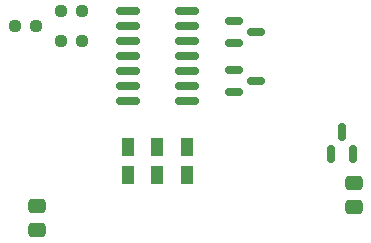
<source format=gbr>
%TF.GenerationSoftware,KiCad,Pcbnew,8.0.3-8.0.3-0~ubuntu20.04.1*%
%TF.CreationDate,2024-07-18T21:29:04-04:00*%
%TF.ProjectId,schematics,73636865-6d61-4746-9963-732e6b696361,rev?*%
%TF.SameCoordinates,Original*%
%TF.FileFunction,Paste,Top*%
%TF.FilePolarity,Positive*%
%FSLAX46Y46*%
G04 Gerber Fmt 4.6, Leading zero omitted, Abs format (unit mm)*
G04 Created by KiCad (PCBNEW 8.0.3-8.0.3-0~ubuntu20.04.1) date 2024-07-18 21:29:04*
%MOMM*%
%LPD*%
G01*
G04 APERTURE LIST*
G04 Aperture macros list*
%AMRoundRect*
0 Rectangle with rounded corners*
0 $1 Rounding radius*
0 $2 $3 $4 $5 $6 $7 $8 $9 X,Y pos of 4 corners*
0 Add a 4 corners polygon primitive as box body*
4,1,4,$2,$3,$4,$5,$6,$7,$8,$9,$2,$3,0*
0 Add four circle primitives for the rounded corners*
1,1,$1+$1,$2,$3*
1,1,$1+$1,$4,$5*
1,1,$1+$1,$6,$7*
1,1,$1+$1,$8,$9*
0 Add four rect primitives between the rounded corners*
20,1,$1+$1,$2,$3,$4,$5,0*
20,1,$1+$1,$4,$5,$6,$7,0*
20,1,$1+$1,$6,$7,$8,$9,0*
20,1,$1+$1,$8,$9,$2,$3,0*%
G04 Aperture macros list end*
%ADD10RoundRect,0.150000X0.150000X-0.587500X0.150000X0.587500X-0.150000X0.587500X-0.150000X-0.587500X0*%
%ADD11RoundRect,0.250000X-0.475000X0.337500X-0.475000X-0.337500X0.475000X-0.337500X0.475000X0.337500X0*%
%ADD12RoundRect,0.150000X-0.587500X-0.150000X0.587500X-0.150000X0.587500X0.150000X-0.587500X0.150000X0*%
%ADD13RoundRect,0.237500X-0.250000X-0.237500X0.250000X-0.237500X0.250000X0.237500X-0.250000X0.237500X0*%
%ADD14R,1.000000X1.600000*%
%ADD15RoundRect,0.150000X0.825000X0.150000X-0.825000X0.150000X-0.825000X-0.150000X0.825000X-0.150000X0*%
G04 APERTURE END LIST*
D10*
%TO.C,Q5*%
X107381000Y-151862000D03*
X109281000Y-151862000D03*
X108331000Y-149987000D03*
%TD*%
D11*
%TO.C,C4*%
X82550000Y-156210000D03*
X82550000Y-158285000D03*
%TD*%
%TO.C,C2*%
X109347000Y-154283500D03*
X109347000Y-156358500D03*
%TD*%
D12*
%TO.C,Q1*%
X99217000Y-144719000D03*
X99217000Y-146619000D03*
X101092000Y-145669000D03*
%TD*%
%TO.C,Q4*%
X99217000Y-140528000D03*
X99217000Y-142428000D03*
X101092000Y-141478000D03*
%TD*%
D13*
%TO.C,R5*%
X84535000Y-142240000D03*
X86360000Y-142240000D03*
%TD*%
%TO.C,R4*%
X80621500Y-140970000D03*
X82446500Y-140970000D03*
%TD*%
D14*
%TO.C,SW1*%
X90210000Y-151200000D03*
X92710000Y-151200000D03*
X95210000Y-151200000D03*
X90210000Y-153600000D03*
X92710000Y-153600000D03*
X95210000Y-153600000D03*
%TD*%
D15*
%TO.C,U1*%
X95185000Y-147320000D03*
X95185000Y-146050000D03*
X95185000Y-144780000D03*
X95185000Y-143510000D03*
X95185000Y-142240000D03*
X95185000Y-140970000D03*
X95185000Y-139700000D03*
X90235000Y-139700000D03*
X90235000Y-140970000D03*
X90235000Y-142240000D03*
X90235000Y-143510000D03*
X90235000Y-144780000D03*
X90235000Y-146050000D03*
X90235000Y-147320000D03*
%TD*%
D13*
%TO.C,R3*%
X84535000Y-139700000D03*
X86360000Y-139700000D03*
%TD*%
M02*

</source>
